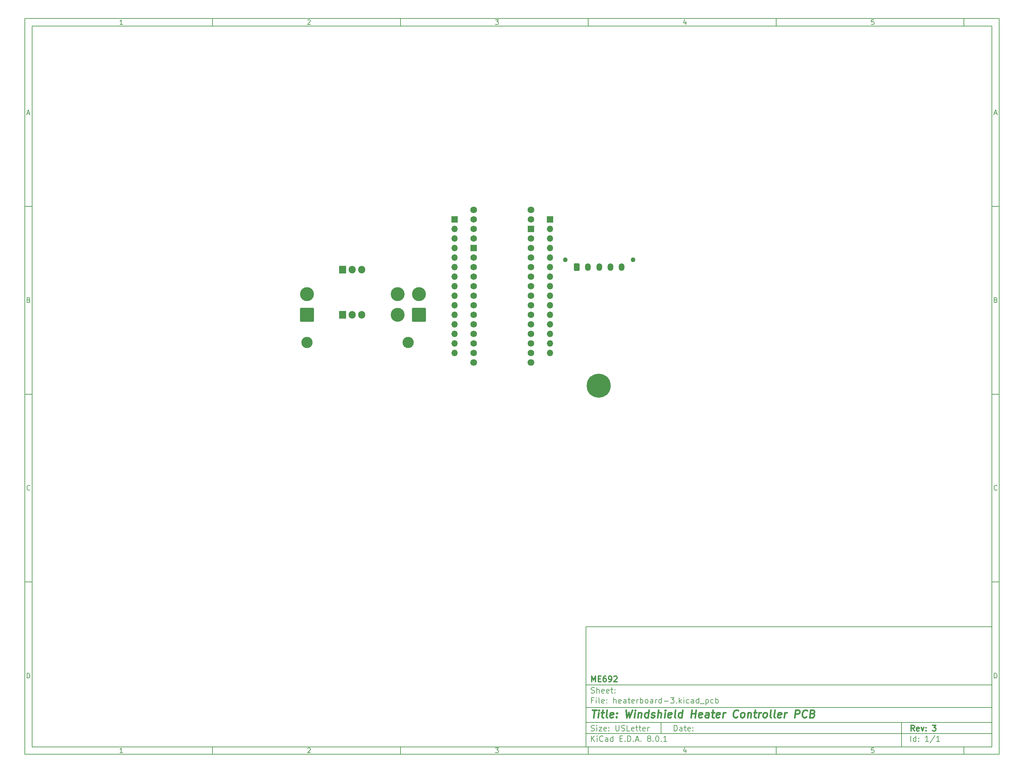
<source format=gbr>
%TF.GenerationSoftware,KiCad,Pcbnew,8.0.1*%
%TF.CreationDate,2024-05-02T11:38:50-04:00*%
%TF.ProjectId,heaterboard-3,68656174-6572-4626-9f61-72642d332e6b,3*%
%TF.SameCoordinates,Original*%
%TF.FileFunction,Soldermask,Bot*%
%TF.FilePolarity,Negative*%
%FSLAX46Y46*%
G04 Gerber Fmt 4.6, Leading zero omitted, Abs format (unit mm)*
G04 Created by KiCad (PCBNEW 8.0.1) date 2024-05-02 11:38:50*
%MOMM*%
%LPD*%
G01*
G04 APERTURE LIST*
G04 Aperture macros list*
%AMRoundRect*
0 Rectangle with rounded corners*
0 $1 Rounding radius*
0 $2 $3 $4 $5 $6 $7 $8 $9 X,Y pos of 4 corners*
0 Add a 4 corners polygon primitive as box body*
4,1,4,$2,$3,$4,$5,$6,$7,$8,$9,$2,$3,0*
0 Add four circle primitives for the rounded corners*
1,1,$1+$1,$2,$3*
1,1,$1+$1,$4,$5*
1,1,$1+$1,$6,$7*
1,1,$1+$1,$8,$9*
0 Add four rect primitives between the rounded corners*
20,1,$1+$1,$2,$3,$4,$5,0*
20,1,$1+$1,$4,$5,$6,$7,0*
20,1,$1+$1,$6,$7,$8,$9,0*
20,1,$1+$1,$8,$9,$2,$3,0*%
G04 Aperture macros list end*
%ADD10C,0.100000*%
%ADD11C,0.150000*%
%ADD12C,0.300000*%
%ADD13C,0.400000*%
%ADD14R,1.905000X2.000000*%
%ADD15O,1.905000X2.000000*%
%ADD16R,1.700000X1.700000*%
%ADD17O,1.700000X1.700000*%
%ADD18C,3.000000*%
%ADD19RoundRect,0.250002X1.599998X1.599998X-1.599998X1.599998X-1.599998X-1.599998X1.599998X-1.599998X0*%
%ADD20C,3.700000*%
%ADD21C,1.800000*%
%ADD22C,1.727200*%
%ADD23R,1.727200X1.727200*%
%ADD24C,1.270000*%
%ADD25RoundRect,0.250001X-0.499999X-0.759999X0.499999X-0.759999X0.499999X0.759999X-0.499999X0.759999X0*%
%ADD26O,1.500000X2.020000*%
%ADD27C,6.400000*%
G04 APERTURE END LIST*
D10*
D11*
X159400000Y-171900000D02*
X267400000Y-171900000D01*
X267400000Y-203900000D01*
X159400000Y-203900000D01*
X159400000Y-171900000D01*
D10*
D11*
X10000000Y-10000000D02*
X269400000Y-10000000D01*
X269400000Y-205900000D01*
X10000000Y-205900000D01*
X10000000Y-10000000D01*
D10*
D11*
X12000000Y-12000000D02*
X267400000Y-12000000D01*
X267400000Y-203900000D01*
X12000000Y-203900000D01*
X12000000Y-12000000D01*
D10*
D11*
X60000000Y-12000000D02*
X60000000Y-10000000D01*
D10*
D11*
X110000000Y-12000000D02*
X110000000Y-10000000D01*
D10*
D11*
X160000000Y-12000000D02*
X160000000Y-10000000D01*
D10*
D11*
X210000000Y-12000000D02*
X210000000Y-10000000D01*
D10*
D11*
X260000000Y-12000000D02*
X260000000Y-10000000D01*
D10*
D11*
X36089160Y-11593604D02*
X35346303Y-11593604D01*
X35717731Y-11593604D02*
X35717731Y-10293604D01*
X35717731Y-10293604D02*
X35593922Y-10479319D01*
X35593922Y-10479319D02*
X35470112Y-10603128D01*
X35470112Y-10603128D02*
X35346303Y-10665033D01*
D10*
D11*
X85346303Y-10417414D02*
X85408207Y-10355509D01*
X85408207Y-10355509D02*
X85532017Y-10293604D01*
X85532017Y-10293604D02*
X85841541Y-10293604D01*
X85841541Y-10293604D02*
X85965350Y-10355509D01*
X85965350Y-10355509D02*
X86027255Y-10417414D01*
X86027255Y-10417414D02*
X86089160Y-10541223D01*
X86089160Y-10541223D02*
X86089160Y-10665033D01*
X86089160Y-10665033D02*
X86027255Y-10850747D01*
X86027255Y-10850747D02*
X85284398Y-11593604D01*
X85284398Y-11593604D02*
X86089160Y-11593604D01*
D10*
D11*
X135284398Y-10293604D02*
X136089160Y-10293604D01*
X136089160Y-10293604D02*
X135655826Y-10788842D01*
X135655826Y-10788842D02*
X135841541Y-10788842D01*
X135841541Y-10788842D02*
X135965350Y-10850747D01*
X135965350Y-10850747D02*
X136027255Y-10912652D01*
X136027255Y-10912652D02*
X136089160Y-11036461D01*
X136089160Y-11036461D02*
X136089160Y-11345985D01*
X136089160Y-11345985D02*
X136027255Y-11469795D01*
X136027255Y-11469795D02*
X135965350Y-11531700D01*
X135965350Y-11531700D02*
X135841541Y-11593604D01*
X135841541Y-11593604D02*
X135470112Y-11593604D01*
X135470112Y-11593604D02*
X135346303Y-11531700D01*
X135346303Y-11531700D02*
X135284398Y-11469795D01*
D10*
D11*
X185965350Y-10726938D02*
X185965350Y-11593604D01*
X185655826Y-10231700D02*
X185346303Y-11160271D01*
X185346303Y-11160271D02*
X186151064Y-11160271D01*
D10*
D11*
X236027255Y-10293604D02*
X235408207Y-10293604D01*
X235408207Y-10293604D02*
X235346303Y-10912652D01*
X235346303Y-10912652D02*
X235408207Y-10850747D01*
X235408207Y-10850747D02*
X235532017Y-10788842D01*
X235532017Y-10788842D02*
X235841541Y-10788842D01*
X235841541Y-10788842D02*
X235965350Y-10850747D01*
X235965350Y-10850747D02*
X236027255Y-10912652D01*
X236027255Y-10912652D02*
X236089160Y-11036461D01*
X236089160Y-11036461D02*
X236089160Y-11345985D01*
X236089160Y-11345985D02*
X236027255Y-11469795D01*
X236027255Y-11469795D02*
X235965350Y-11531700D01*
X235965350Y-11531700D02*
X235841541Y-11593604D01*
X235841541Y-11593604D02*
X235532017Y-11593604D01*
X235532017Y-11593604D02*
X235408207Y-11531700D01*
X235408207Y-11531700D02*
X235346303Y-11469795D01*
D10*
D11*
X60000000Y-203900000D02*
X60000000Y-205900000D01*
D10*
D11*
X110000000Y-203900000D02*
X110000000Y-205900000D01*
D10*
D11*
X160000000Y-203900000D02*
X160000000Y-205900000D01*
D10*
D11*
X210000000Y-203900000D02*
X210000000Y-205900000D01*
D10*
D11*
X260000000Y-203900000D02*
X260000000Y-205900000D01*
D10*
D11*
X36089160Y-205493604D02*
X35346303Y-205493604D01*
X35717731Y-205493604D02*
X35717731Y-204193604D01*
X35717731Y-204193604D02*
X35593922Y-204379319D01*
X35593922Y-204379319D02*
X35470112Y-204503128D01*
X35470112Y-204503128D02*
X35346303Y-204565033D01*
D10*
D11*
X85346303Y-204317414D02*
X85408207Y-204255509D01*
X85408207Y-204255509D02*
X85532017Y-204193604D01*
X85532017Y-204193604D02*
X85841541Y-204193604D01*
X85841541Y-204193604D02*
X85965350Y-204255509D01*
X85965350Y-204255509D02*
X86027255Y-204317414D01*
X86027255Y-204317414D02*
X86089160Y-204441223D01*
X86089160Y-204441223D02*
X86089160Y-204565033D01*
X86089160Y-204565033D02*
X86027255Y-204750747D01*
X86027255Y-204750747D02*
X85284398Y-205493604D01*
X85284398Y-205493604D02*
X86089160Y-205493604D01*
D10*
D11*
X135284398Y-204193604D02*
X136089160Y-204193604D01*
X136089160Y-204193604D02*
X135655826Y-204688842D01*
X135655826Y-204688842D02*
X135841541Y-204688842D01*
X135841541Y-204688842D02*
X135965350Y-204750747D01*
X135965350Y-204750747D02*
X136027255Y-204812652D01*
X136027255Y-204812652D02*
X136089160Y-204936461D01*
X136089160Y-204936461D02*
X136089160Y-205245985D01*
X136089160Y-205245985D02*
X136027255Y-205369795D01*
X136027255Y-205369795D02*
X135965350Y-205431700D01*
X135965350Y-205431700D02*
X135841541Y-205493604D01*
X135841541Y-205493604D02*
X135470112Y-205493604D01*
X135470112Y-205493604D02*
X135346303Y-205431700D01*
X135346303Y-205431700D02*
X135284398Y-205369795D01*
D10*
D11*
X185965350Y-204626938D02*
X185965350Y-205493604D01*
X185655826Y-204131700D02*
X185346303Y-205060271D01*
X185346303Y-205060271D02*
X186151064Y-205060271D01*
D10*
D11*
X236027255Y-204193604D02*
X235408207Y-204193604D01*
X235408207Y-204193604D02*
X235346303Y-204812652D01*
X235346303Y-204812652D02*
X235408207Y-204750747D01*
X235408207Y-204750747D02*
X235532017Y-204688842D01*
X235532017Y-204688842D02*
X235841541Y-204688842D01*
X235841541Y-204688842D02*
X235965350Y-204750747D01*
X235965350Y-204750747D02*
X236027255Y-204812652D01*
X236027255Y-204812652D02*
X236089160Y-204936461D01*
X236089160Y-204936461D02*
X236089160Y-205245985D01*
X236089160Y-205245985D02*
X236027255Y-205369795D01*
X236027255Y-205369795D02*
X235965350Y-205431700D01*
X235965350Y-205431700D02*
X235841541Y-205493604D01*
X235841541Y-205493604D02*
X235532017Y-205493604D01*
X235532017Y-205493604D02*
X235408207Y-205431700D01*
X235408207Y-205431700D02*
X235346303Y-205369795D01*
D10*
D11*
X10000000Y-60000000D02*
X12000000Y-60000000D01*
D10*
D11*
X10000000Y-110000000D02*
X12000000Y-110000000D01*
D10*
D11*
X10000000Y-160000000D02*
X12000000Y-160000000D01*
D10*
D11*
X10690476Y-35222176D02*
X11309523Y-35222176D01*
X10566666Y-35593604D02*
X10999999Y-34293604D01*
X10999999Y-34293604D02*
X11433333Y-35593604D01*
D10*
D11*
X11092857Y-84912652D02*
X11278571Y-84974557D01*
X11278571Y-84974557D02*
X11340476Y-85036461D01*
X11340476Y-85036461D02*
X11402380Y-85160271D01*
X11402380Y-85160271D02*
X11402380Y-85345985D01*
X11402380Y-85345985D02*
X11340476Y-85469795D01*
X11340476Y-85469795D02*
X11278571Y-85531700D01*
X11278571Y-85531700D02*
X11154761Y-85593604D01*
X11154761Y-85593604D02*
X10659523Y-85593604D01*
X10659523Y-85593604D02*
X10659523Y-84293604D01*
X10659523Y-84293604D02*
X11092857Y-84293604D01*
X11092857Y-84293604D02*
X11216666Y-84355509D01*
X11216666Y-84355509D02*
X11278571Y-84417414D01*
X11278571Y-84417414D02*
X11340476Y-84541223D01*
X11340476Y-84541223D02*
X11340476Y-84665033D01*
X11340476Y-84665033D02*
X11278571Y-84788842D01*
X11278571Y-84788842D02*
X11216666Y-84850747D01*
X11216666Y-84850747D02*
X11092857Y-84912652D01*
X11092857Y-84912652D02*
X10659523Y-84912652D01*
D10*
D11*
X11402380Y-135469795D02*
X11340476Y-135531700D01*
X11340476Y-135531700D02*
X11154761Y-135593604D01*
X11154761Y-135593604D02*
X11030952Y-135593604D01*
X11030952Y-135593604D02*
X10845238Y-135531700D01*
X10845238Y-135531700D02*
X10721428Y-135407890D01*
X10721428Y-135407890D02*
X10659523Y-135284080D01*
X10659523Y-135284080D02*
X10597619Y-135036461D01*
X10597619Y-135036461D02*
X10597619Y-134850747D01*
X10597619Y-134850747D02*
X10659523Y-134603128D01*
X10659523Y-134603128D02*
X10721428Y-134479319D01*
X10721428Y-134479319D02*
X10845238Y-134355509D01*
X10845238Y-134355509D02*
X11030952Y-134293604D01*
X11030952Y-134293604D02*
X11154761Y-134293604D01*
X11154761Y-134293604D02*
X11340476Y-134355509D01*
X11340476Y-134355509D02*
X11402380Y-134417414D01*
D10*
D11*
X10659523Y-185593604D02*
X10659523Y-184293604D01*
X10659523Y-184293604D02*
X10969047Y-184293604D01*
X10969047Y-184293604D02*
X11154761Y-184355509D01*
X11154761Y-184355509D02*
X11278571Y-184479319D01*
X11278571Y-184479319D02*
X11340476Y-184603128D01*
X11340476Y-184603128D02*
X11402380Y-184850747D01*
X11402380Y-184850747D02*
X11402380Y-185036461D01*
X11402380Y-185036461D02*
X11340476Y-185284080D01*
X11340476Y-185284080D02*
X11278571Y-185407890D01*
X11278571Y-185407890D02*
X11154761Y-185531700D01*
X11154761Y-185531700D02*
X10969047Y-185593604D01*
X10969047Y-185593604D02*
X10659523Y-185593604D01*
D10*
D11*
X269400000Y-60000000D02*
X267400000Y-60000000D01*
D10*
D11*
X269400000Y-110000000D02*
X267400000Y-110000000D01*
D10*
D11*
X269400000Y-160000000D02*
X267400000Y-160000000D01*
D10*
D11*
X268090476Y-35222176D02*
X268709523Y-35222176D01*
X267966666Y-35593604D02*
X268399999Y-34293604D01*
X268399999Y-34293604D02*
X268833333Y-35593604D01*
D10*
D11*
X268492857Y-84912652D02*
X268678571Y-84974557D01*
X268678571Y-84974557D02*
X268740476Y-85036461D01*
X268740476Y-85036461D02*
X268802380Y-85160271D01*
X268802380Y-85160271D02*
X268802380Y-85345985D01*
X268802380Y-85345985D02*
X268740476Y-85469795D01*
X268740476Y-85469795D02*
X268678571Y-85531700D01*
X268678571Y-85531700D02*
X268554761Y-85593604D01*
X268554761Y-85593604D02*
X268059523Y-85593604D01*
X268059523Y-85593604D02*
X268059523Y-84293604D01*
X268059523Y-84293604D02*
X268492857Y-84293604D01*
X268492857Y-84293604D02*
X268616666Y-84355509D01*
X268616666Y-84355509D02*
X268678571Y-84417414D01*
X268678571Y-84417414D02*
X268740476Y-84541223D01*
X268740476Y-84541223D02*
X268740476Y-84665033D01*
X268740476Y-84665033D02*
X268678571Y-84788842D01*
X268678571Y-84788842D02*
X268616666Y-84850747D01*
X268616666Y-84850747D02*
X268492857Y-84912652D01*
X268492857Y-84912652D02*
X268059523Y-84912652D01*
D10*
D11*
X268802380Y-135469795D02*
X268740476Y-135531700D01*
X268740476Y-135531700D02*
X268554761Y-135593604D01*
X268554761Y-135593604D02*
X268430952Y-135593604D01*
X268430952Y-135593604D02*
X268245238Y-135531700D01*
X268245238Y-135531700D02*
X268121428Y-135407890D01*
X268121428Y-135407890D02*
X268059523Y-135284080D01*
X268059523Y-135284080D02*
X267997619Y-135036461D01*
X267997619Y-135036461D02*
X267997619Y-134850747D01*
X267997619Y-134850747D02*
X268059523Y-134603128D01*
X268059523Y-134603128D02*
X268121428Y-134479319D01*
X268121428Y-134479319D02*
X268245238Y-134355509D01*
X268245238Y-134355509D02*
X268430952Y-134293604D01*
X268430952Y-134293604D02*
X268554761Y-134293604D01*
X268554761Y-134293604D02*
X268740476Y-134355509D01*
X268740476Y-134355509D02*
X268802380Y-134417414D01*
D10*
D11*
X268059523Y-185593604D02*
X268059523Y-184293604D01*
X268059523Y-184293604D02*
X268369047Y-184293604D01*
X268369047Y-184293604D02*
X268554761Y-184355509D01*
X268554761Y-184355509D02*
X268678571Y-184479319D01*
X268678571Y-184479319D02*
X268740476Y-184603128D01*
X268740476Y-184603128D02*
X268802380Y-184850747D01*
X268802380Y-184850747D02*
X268802380Y-185036461D01*
X268802380Y-185036461D02*
X268740476Y-185284080D01*
X268740476Y-185284080D02*
X268678571Y-185407890D01*
X268678571Y-185407890D02*
X268554761Y-185531700D01*
X268554761Y-185531700D02*
X268369047Y-185593604D01*
X268369047Y-185593604D02*
X268059523Y-185593604D01*
D10*
D11*
X182855826Y-199686128D02*
X182855826Y-198186128D01*
X182855826Y-198186128D02*
X183212969Y-198186128D01*
X183212969Y-198186128D02*
X183427255Y-198257557D01*
X183427255Y-198257557D02*
X183570112Y-198400414D01*
X183570112Y-198400414D02*
X183641541Y-198543271D01*
X183641541Y-198543271D02*
X183712969Y-198828985D01*
X183712969Y-198828985D02*
X183712969Y-199043271D01*
X183712969Y-199043271D02*
X183641541Y-199328985D01*
X183641541Y-199328985D02*
X183570112Y-199471842D01*
X183570112Y-199471842D02*
X183427255Y-199614700D01*
X183427255Y-199614700D02*
X183212969Y-199686128D01*
X183212969Y-199686128D02*
X182855826Y-199686128D01*
X184998684Y-199686128D02*
X184998684Y-198900414D01*
X184998684Y-198900414D02*
X184927255Y-198757557D01*
X184927255Y-198757557D02*
X184784398Y-198686128D01*
X184784398Y-198686128D02*
X184498684Y-198686128D01*
X184498684Y-198686128D02*
X184355826Y-198757557D01*
X184998684Y-199614700D02*
X184855826Y-199686128D01*
X184855826Y-199686128D02*
X184498684Y-199686128D01*
X184498684Y-199686128D02*
X184355826Y-199614700D01*
X184355826Y-199614700D02*
X184284398Y-199471842D01*
X184284398Y-199471842D02*
X184284398Y-199328985D01*
X184284398Y-199328985D02*
X184355826Y-199186128D01*
X184355826Y-199186128D02*
X184498684Y-199114700D01*
X184498684Y-199114700D02*
X184855826Y-199114700D01*
X184855826Y-199114700D02*
X184998684Y-199043271D01*
X185498684Y-198686128D02*
X186070112Y-198686128D01*
X185712969Y-198186128D02*
X185712969Y-199471842D01*
X185712969Y-199471842D02*
X185784398Y-199614700D01*
X185784398Y-199614700D02*
X185927255Y-199686128D01*
X185927255Y-199686128D02*
X186070112Y-199686128D01*
X187141541Y-199614700D02*
X186998684Y-199686128D01*
X186998684Y-199686128D02*
X186712970Y-199686128D01*
X186712970Y-199686128D02*
X186570112Y-199614700D01*
X186570112Y-199614700D02*
X186498684Y-199471842D01*
X186498684Y-199471842D02*
X186498684Y-198900414D01*
X186498684Y-198900414D02*
X186570112Y-198757557D01*
X186570112Y-198757557D02*
X186712970Y-198686128D01*
X186712970Y-198686128D02*
X186998684Y-198686128D01*
X186998684Y-198686128D02*
X187141541Y-198757557D01*
X187141541Y-198757557D02*
X187212970Y-198900414D01*
X187212970Y-198900414D02*
X187212970Y-199043271D01*
X187212970Y-199043271D02*
X186498684Y-199186128D01*
X187855826Y-199543271D02*
X187927255Y-199614700D01*
X187927255Y-199614700D02*
X187855826Y-199686128D01*
X187855826Y-199686128D02*
X187784398Y-199614700D01*
X187784398Y-199614700D02*
X187855826Y-199543271D01*
X187855826Y-199543271D02*
X187855826Y-199686128D01*
X187855826Y-198757557D02*
X187927255Y-198828985D01*
X187927255Y-198828985D02*
X187855826Y-198900414D01*
X187855826Y-198900414D02*
X187784398Y-198828985D01*
X187784398Y-198828985D02*
X187855826Y-198757557D01*
X187855826Y-198757557D02*
X187855826Y-198900414D01*
D10*
D11*
X159400000Y-200400000D02*
X267400000Y-200400000D01*
D10*
D11*
X160855826Y-202486128D02*
X160855826Y-200986128D01*
X161712969Y-202486128D02*
X161070112Y-201628985D01*
X161712969Y-200986128D02*
X160855826Y-201843271D01*
X162355826Y-202486128D02*
X162355826Y-201486128D01*
X162355826Y-200986128D02*
X162284398Y-201057557D01*
X162284398Y-201057557D02*
X162355826Y-201128985D01*
X162355826Y-201128985D02*
X162427255Y-201057557D01*
X162427255Y-201057557D02*
X162355826Y-200986128D01*
X162355826Y-200986128D02*
X162355826Y-201128985D01*
X163927255Y-202343271D02*
X163855827Y-202414700D01*
X163855827Y-202414700D02*
X163641541Y-202486128D01*
X163641541Y-202486128D02*
X163498684Y-202486128D01*
X163498684Y-202486128D02*
X163284398Y-202414700D01*
X163284398Y-202414700D02*
X163141541Y-202271842D01*
X163141541Y-202271842D02*
X163070112Y-202128985D01*
X163070112Y-202128985D02*
X162998684Y-201843271D01*
X162998684Y-201843271D02*
X162998684Y-201628985D01*
X162998684Y-201628985D02*
X163070112Y-201343271D01*
X163070112Y-201343271D02*
X163141541Y-201200414D01*
X163141541Y-201200414D02*
X163284398Y-201057557D01*
X163284398Y-201057557D02*
X163498684Y-200986128D01*
X163498684Y-200986128D02*
X163641541Y-200986128D01*
X163641541Y-200986128D02*
X163855827Y-201057557D01*
X163855827Y-201057557D02*
X163927255Y-201128985D01*
X165212970Y-202486128D02*
X165212970Y-201700414D01*
X165212970Y-201700414D02*
X165141541Y-201557557D01*
X165141541Y-201557557D02*
X164998684Y-201486128D01*
X164998684Y-201486128D02*
X164712970Y-201486128D01*
X164712970Y-201486128D02*
X164570112Y-201557557D01*
X165212970Y-202414700D02*
X165070112Y-202486128D01*
X165070112Y-202486128D02*
X164712970Y-202486128D01*
X164712970Y-202486128D02*
X164570112Y-202414700D01*
X164570112Y-202414700D02*
X164498684Y-202271842D01*
X164498684Y-202271842D02*
X164498684Y-202128985D01*
X164498684Y-202128985D02*
X164570112Y-201986128D01*
X164570112Y-201986128D02*
X164712970Y-201914700D01*
X164712970Y-201914700D02*
X165070112Y-201914700D01*
X165070112Y-201914700D02*
X165212970Y-201843271D01*
X166570113Y-202486128D02*
X166570113Y-200986128D01*
X166570113Y-202414700D02*
X166427255Y-202486128D01*
X166427255Y-202486128D02*
X166141541Y-202486128D01*
X166141541Y-202486128D02*
X165998684Y-202414700D01*
X165998684Y-202414700D02*
X165927255Y-202343271D01*
X165927255Y-202343271D02*
X165855827Y-202200414D01*
X165855827Y-202200414D02*
X165855827Y-201771842D01*
X165855827Y-201771842D02*
X165927255Y-201628985D01*
X165927255Y-201628985D02*
X165998684Y-201557557D01*
X165998684Y-201557557D02*
X166141541Y-201486128D01*
X166141541Y-201486128D02*
X166427255Y-201486128D01*
X166427255Y-201486128D02*
X166570113Y-201557557D01*
X168427255Y-201700414D02*
X168927255Y-201700414D01*
X169141541Y-202486128D02*
X168427255Y-202486128D01*
X168427255Y-202486128D02*
X168427255Y-200986128D01*
X168427255Y-200986128D02*
X169141541Y-200986128D01*
X169784398Y-202343271D02*
X169855827Y-202414700D01*
X169855827Y-202414700D02*
X169784398Y-202486128D01*
X169784398Y-202486128D02*
X169712970Y-202414700D01*
X169712970Y-202414700D02*
X169784398Y-202343271D01*
X169784398Y-202343271D02*
X169784398Y-202486128D01*
X170498684Y-202486128D02*
X170498684Y-200986128D01*
X170498684Y-200986128D02*
X170855827Y-200986128D01*
X170855827Y-200986128D02*
X171070113Y-201057557D01*
X171070113Y-201057557D02*
X171212970Y-201200414D01*
X171212970Y-201200414D02*
X171284399Y-201343271D01*
X171284399Y-201343271D02*
X171355827Y-201628985D01*
X171355827Y-201628985D02*
X171355827Y-201843271D01*
X171355827Y-201843271D02*
X171284399Y-202128985D01*
X171284399Y-202128985D02*
X171212970Y-202271842D01*
X171212970Y-202271842D02*
X171070113Y-202414700D01*
X171070113Y-202414700D02*
X170855827Y-202486128D01*
X170855827Y-202486128D02*
X170498684Y-202486128D01*
X171998684Y-202343271D02*
X172070113Y-202414700D01*
X172070113Y-202414700D02*
X171998684Y-202486128D01*
X171998684Y-202486128D02*
X171927256Y-202414700D01*
X171927256Y-202414700D02*
X171998684Y-202343271D01*
X171998684Y-202343271D02*
X171998684Y-202486128D01*
X172641542Y-202057557D02*
X173355828Y-202057557D01*
X172498685Y-202486128D02*
X172998685Y-200986128D01*
X172998685Y-200986128D02*
X173498685Y-202486128D01*
X173998684Y-202343271D02*
X174070113Y-202414700D01*
X174070113Y-202414700D02*
X173998684Y-202486128D01*
X173998684Y-202486128D02*
X173927256Y-202414700D01*
X173927256Y-202414700D02*
X173998684Y-202343271D01*
X173998684Y-202343271D02*
X173998684Y-202486128D01*
X176070113Y-201628985D02*
X175927256Y-201557557D01*
X175927256Y-201557557D02*
X175855827Y-201486128D01*
X175855827Y-201486128D02*
X175784399Y-201343271D01*
X175784399Y-201343271D02*
X175784399Y-201271842D01*
X175784399Y-201271842D02*
X175855827Y-201128985D01*
X175855827Y-201128985D02*
X175927256Y-201057557D01*
X175927256Y-201057557D02*
X176070113Y-200986128D01*
X176070113Y-200986128D02*
X176355827Y-200986128D01*
X176355827Y-200986128D02*
X176498685Y-201057557D01*
X176498685Y-201057557D02*
X176570113Y-201128985D01*
X176570113Y-201128985D02*
X176641542Y-201271842D01*
X176641542Y-201271842D02*
X176641542Y-201343271D01*
X176641542Y-201343271D02*
X176570113Y-201486128D01*
X176570113Y-201486128D02*
X176498685Y-201557557D01*
X176498685Y-201557557D02*
X176355827Y-201628985D01*
X176355827Y-201628985D02*
X176070113Y-201628985D01*
X176070113Y-201628985D02*
X175927256Y-201700414D01*
X175927256Y-201700414D02*
X175855827Y-201771842D01*
X175855827Y-201771842D02*
X175784399Y-201914700D01*
X175784399Y-201914700D02*
X175784399Y-202200414D01*
X175784399Y-202200414D02*
X175855827Y-202343271D01*
X175855827Y-202343271D02*
X175927256Y-202414700D01*
X175927256Y-202414700D02*
X176070113Y-202486128D01*
X176070113Y-202486128D02*
X176355827Y-202486128D01*
X176355827Y-202486128D02*
X176498685Y-202414700D01*
X176498685Y-202414700D02*
X176570113Y-202343271D01*
X176570113Y-202343271D02*
X176641542Y-202200414D01*
X176641542Y-202200414D02*
X176641542Y-201914700D01*
X176641542Y-201914700D02*
X176570113Y-201771842D01*
X176570113Y-201771842D02*
X176498685Y-201700414D01*
X176498685Y-201700414D02*
X176355827Y-201628985D01*
X177284398Y-202343271D02*
X177355827Y-202414700D01*
X177355827Y-202414700D02*
X177284398Y-202486128D01*
X177284398Y-202486128D02*
X177212970Y-202414700D01*
X177212970Y-202414700D02*
X177284398Y-202343271D01*
X177284398Y-202343271D02*
X177284398Y-202486128D01*
X178284399Y-200986128D02*
X178427256Y-200986128D01*
X178427256Y-200986128D02*
X178570113Y-201057557D01*
X178570113Y-201057557D02*
X178641542Y-201128985D01*
X178641542Y-201128985D02*
X178712970Y-201271842D01*
X178712970Y-201271842D02*
X178784399Y-201557557D01*
X178784399Y-201557557D02*
X178784399Y-201914700D01*
X178784399Y-201914700D02*
X178712970Y-202200414D01*
X178712970Y-202200414D02*
X178641542Y-202343271D01*
X178641542Y-202343271D02*
X178570113Y-202414700D01*
X178570113Y-202414700D02*
X178427256Y-202486128D01*
X178427256Y-202486128D02*
X178284399Y-202486128D01*
X178284399Y-202486128D02*
X178141542Y-202414700D01*
X178141542Y-202414700D02*
X178070113Y-202343271D01*
X178070113Y-202343271D02*
X177998684Y-202200414D01*
X177998684Y-202200414D02*
X177927256Y-201914700D01*
X177927256Y-201914700D02*
X177927256Y-201557557D01*
X177927256Y-201557557D02*
X177998684Y-201271842D01*
X177998684Y-201271842D02*
X178070113Y-201128985D01*
X178070113Y-201128985D02*
X178141542Y-201057557D01*
X178141542Y-201057557D02*
X178284399Y-200986128D01*
X179427255Y-202343271D02*
X179498684Y-202414700D01*
X179498684Y-202414700D02*
X179427255Y-202486128D01*
X179427255Y-202486128D02*
X179355827Y-202414700D01*
X179355827Y-202414700D02*
X179427255Y-202343271D01*
X179427255Y-202343271D02*
X179427255Y-202486128D01*
X180927256Y-202486128D02*
X180070113Y-202486128D01*
X180498684Y-202486128D02*
X180498684Y-200986128D01*
X180498684Y-200986128D02*
X180355827Y-201200414D01*
X180355827Y-201200414D02*
X180212970Y-201343271D01*
X180212970Y-201343271D02*
X180070113Y-201414700D01*
D10*
D11*
X159400000Y-197400000D02*
X267400000Y-197400000D01*
D10*
D12*
X246811653Y-199678328D02*
X246311653Y-198964042D01*
X245954510Y-199678328D02*
X245954510Y-198178328D01*
X245954510Y-198178328D02*
X246525939Y-198178328D01*
X246525939Y-198178328D02*
X246668796Y-198249757D01*
X246668796Y-198249757D02*
X246740225Y-198321185D01*
X246740225Y-198321185D02*
X246811653Y-198464042D01*
X246811653Y-198464042D02*
X246811653Y-198678328D01*
X246811653Y-198678328D02*
X246740225Y-198821185D01*
X246740225Y-198821185D02*
X246668796Y-198892614D01*
X246668796Y-198892614D02*
X246525939Y-198964042D01*
X246525939Y-198964042D02*
X245954510Y-198964042D01*
X248025939Y-199606900D02*
X247883082Y-199678328D01*
X247883082Y-199678328D02*
X247597368Y-199678328D01*
X247597368Y-199678328D02*
X247454510Y-199606900D01*
X247454510Y-199606900D02*
X247383082Y-199464042D01*
X247383082Y-199464042D02*
X247383082Y-198892614D01*
X247383082Y-198892614D02*
X247454510Y-198749757D01*
X247454510Y-198749757D02*
X247597368Y-198678328D01*
X247597368Y-198678328D02*
X247883082Y-198678328D01*
X247883082Y-198678328D02*
X248025939Y-198749757D01*
X248025939Y-198749757D02*
X248097368Y-198892614D01*
X248097368Y-198892614D02*
X248097368Y-199035471D01*
X248097368Y-199035471D02*
X247383082Y-199178328D01*
X248597367Y-198678328D02*
X248954510Y-199678328D01*
X248954510Y-199678328D02*
X249311653Y-198678328D01*
X249883081Y-199535471D02*
X249954510Y-199606900D01*
X249954510Y-199606900D02*
X249883081Y-199678328D01*
X249883081Y-199678328D02*
X249811653Y-199606900D01*
X249811653Y-199606900D02*
X249883081Y-199535471D01*
X249883081Y-199535471D02*
X249883081Y-199678328D01*
X249883081Y-198749757D02*
X249954510Y-198821185D01*
X249954510Y-198821185D02*
X249883081Y-198892614D01*
X249883081Y-198892614D02*
X249811653Y-198821185D01*
X249811653Y-198821185D02*
X249883081Y-198749757D01*
X249883081Y-198749757D02*
X249883081Y-198892614D01*
X251597367Y-198178328D02*
X252525939Y-198178328D01*
X252525939Y-198178328D02*
X252025939Y-198749757D01*
X252025939Y-198749757D02*
X252240224Y-198749757D01*
X252240224Y-198749757D02*
X252383082Y-198821185D01*
X252383082Y-198821185D02*
X252454510Y-198892614D01*
X252454510Y-198892614D02*
X252525939Y-199035471D01*
X252525939Y-199035471D02*
X252525939Y-199392614D01*
X252525939Y-199392614D02*
X252454510Y-199535471D01*
X252454510Y-199535471D02*
X252383082Y-199606900D01*
X252383082Y-199606900D02*
X252240224Y-199678328D01*
X252240224Y-199678328D02*
X251811653Y-199678328D01*
X251811653Y-199678328D02*
X251668796Y-199606900D01*
X251668796Y-199606900D02*
X251597367Y-199535471D01*
D10*
D11*
X160784398Y-199614700D02*
X160998684Y-199686128D01*
X160998684Y-199686128D02*
X161355826Y-199686128D01*
X161355826Y-199686128D02*
X161498684Y-199614700D01*
X161498684Y-199614700D02*
X161570112Y-199543271D01*
X161570112Y-199543271D02*
X161641541Y-199400414D01*
X161641541Y-199400414D02*
X161641541Y-199257557D01*
X161641541Y-199257557D02*
X161570112Y-199114700D01*
X161570112Y-199114700D02*
X161498684Y-199043271D01*
X161498684Y-199043271D02*
X161355826Y-198971842D01*
X161355826Y-198971842D02*
X161070112Y-198900414D01*
X161070112Y-198900414D02*
X160927255Y-198828985D01*
X160927255Y-198828985D02*
X160855826Y-198757557D01*
X160855826Y-198757557D02*
X160784398Y-198614700D01*
X160784398Y-198614700D02*
X160784398Y-198471842D01*
X160784398Y-198471842D02*
X160855826Y-198328985D01*
X160855826Y-198328985D02*
X160927255Y-198257557D01*
X160927255Y-198257557D02*
X161070112Y-198186128D01*
X161070112Y-198186128D02*
X161427255Y-198186128D01*
X161427255Y-198186128D02*
X161641541Y-198257557D01*
X162284397Y-199686128D02*
X162284397Y-198686128D01*
X162284397Y-198186128D02*
X162212969Y-198257557D01*
X162212969Y-198257557D02*
X162284397Y-198328985D01*
X162284397Y-198328985D02*
X162355826Y-198257557D01*
X162355826Y-198257557D02*
X162284397Y-198186128D01*
X162284397Y-198186128D02*
X162284397Y-198328985D01*
X162855826Y-198686128D02*
X163641541Y-198686128D01*
X163641541Y-198686128D02*
X162855826Y-199686128D01*
X162855826Y-199686128D02*
X163641541Y-199686128D01*
X164784398Y-199614700D02*
X164641541Y-199686128D01*
X164641541Y-199686128D02*
X164355827Y-199686128D01*
X164355827Y-199686128D02*
X164212969Y-199614700D01*
X164212969Y-199614700D02*
X164141541Y-199471842D01*
X164141541Y-199471842D02*
X164141541Y-198900414D01*
X164141541Y-198900414D02*
X164212969Y-198757557D01*
X164212969Y-198757557D02*
X164355827Y-198686128D01*
X164355827Y-198686128D02*
X164641541Y-198686128D01*
X164641541Y-198686128D02*
X164784398Y-198757557D01*
X164784398Y-198757557D02*
X164855827Y-198900414D01*
X164855827Y-198900414D02*
X164855827Y-199043271D01*
X164855827Y-199043271D02*
X164141541Y-199186128D01*
X165498683Y-199543271D02*
X165570112Y-199614700D01*
X165570112Y-199614700D02*
X165498683Y-199686128D01*
X165498683Y-199686128D02*
X165427255Y-199614700D01*
X165427255Y-199614700D02*
X165498683Y-199543271D01*
X165498683Y-199543271D02*
X165498683Y-199686128D01*
X165498683Y-198757557D02*
X165570112Y-198828985D01*
X165570112Y-198828985D02*
X165498683Y-198900414D01*
X165498683Y-198900414D02*
X165427255Y-198828985D01*
X165427255Y-198828985D02*
X165498683Y-198757557D01*
X165498683Y-198757557D02*
X165498683Y-198900414D01*
X167355826Y-198186128D02*
X167355826Y-199400414D01*
X167355826Y-199400414D02*
X167427255Y-199543271D01*
X167427255Y-199543271D02*
X167498684Y-199614700D01*
X167498684Y-199614700D02*
X167641541Y-199686128D01*
X167641541Y-199686128D02*
X167927255Y-199686128D01*
X167927255Y-199686128D02*
X168070112Y-199614700D01*
X168070112Y-199614700D02*
X168141541Y-199543271D01*
X168141541Y-199543271D02*
X168212969Y-199400414D01*
X168212969Y-199400414D02*
X168212969Y-198186128D01*
X168855827Y-199614700D02*
X169070113Y-199686128D01*
X169070113Y-199686128D02*
X169427255Y-199686128D01*
X169427255Y-199686128D02*
X169570113Y-199614700D01*
X169570113Y-199614700D02*
X169641541Y-199543271D01*
X169641541Y-199543271D02*
X169712970Y-199400414D01*
X169712970Y-199400414D02*
X169712970Y-199257557D01*
X169712970Y-199257557D02*
X169641541Y-199114700D01*
X169641541Y-199114700D02*
X169570113Y-199043271D01*
X169570113Y-199043271D02*
X169427255Y-198971842D01*
X169427255Y-198971842D02*
X169141541Y-198900414D01*
X169141541Y-198900414D02*
X168998684Y-198828985D01*
X168998684Y-198828985D02*
X168927255Y-198757557D01*
X168927255Y-198757557D02*
X168855827Y-198614700D01*
X168855827Y-198614700D02*
X168855827Y-198471842D01*
X168855827Y-198471842D02*
X168927255Y-198328985D01*
X168927255Y-198328985D02*
X168998684Y-198257557D01*
X168998684Y-198257557D02*
X169141541Y-198186128D01*
X169141541Y-198186128D02*
X169498684Y-198186128D01*
X169498684Y-198186128D02*
X169712970Y-198257557D01*
X171070112Y-199686128D02*
X170355826Y-199686128D01*
X170355826Y-199686128D02*
X170355826Y-198186128D01*
X172141541Y-199614700D02*
X171998684Y-199686128D01*
X171998684Y-199686128D02*
X171712970Y-199686128D01*
X171712970Y-199686128D02*
X171570112Y-199614700D01*
X171570112Y-199614700D02*
X171498684Y-199471842D01*
X171498684Y-199471842D02*
X171498684Y-198900414D01*
X171498684Y-198900414D02*
X171570112Y-198757557D01*
X171570112Y-198757557D02*
X171712970Y-198686128D01*
X171712970Y-198686128D02*
X171998684Y-198686128D01*
X171998684Y-198686128D02*
X172141541Y-198757557D01*
X172141541Y-198757557D02*
X172212970Y-198900414D01*
X172212970Y-198900414D02*
X172212970Y-199043271D01*
X172212970Y-199043271D02*
X171498684Y-199186128D01*
X172641541Y-198686128D02*
X173212969Y-198686128D01*
X172855826Y-198186128D02*
X172855826Y-199471842D01*
X172855826Y-199471842D02*
X172927255Y-199614700D01*
X172927255Y-199614700D02*
X173070112Y-199686128D01*
X173070112Y-199686128D02*
X173212969Y-199686128D01*
X173498684Y-198686128D02*
X174070112Y-198686128D01*
X173712969Y-198186128D02*
X173712969Y-199471842D01*
X173712969Y-199471842D02*
X173784398Y-199614700D01*
X173784398Y-199614700D02*
X173927255Y-199686128D01*
X173927255Y-199686128D02*
X174070112Y-199686128D01*
X175141541Y-199614700D02*
X174998684Y-199686128D01*
X174998684Y-199686128D02*
X174712970Y-199686128D01*
X174712970Y-199686128D02*
X174570112Y-199614700D01*
X174570112Y-199614700D02*
X174498684Y-199471842D01*
X174498684Y-199471842D02*
X174498684Y-198900414D01*
X174498684Y-198900414D02*
X174570112Y-198757557D01*
X174570112Y-198757557D02*
X174712970Y-198686128D01*
X174712970Y-198686128D02*
X174998684Y-198686128D01*
X174998684Y-198686128D02*
X175141541Y-198757557D01*
X175141541Y-198757557D02*
X175212970Y-198900414D01*
X175212970Y-198900414D02*
X175212970Y-199043271D01*
X175212970Y-199043271D02*
X174498684Y-199186128D01*
X175855826Y-199686128D02*
X175855826Y-198686128D01*
X175855826Y-198971842D02*
X175927255Y-198828985D01*
X175927255Y-198828985D02*
X175998684Y-198757557D01*
X175998684Y-198757557D02*
X176141541Y-198686128D01*
X176141541Y-198686128D02*
X176284398Y-198686128D01*
D10*
D11*
X245855826Y-202486128D02*
X245855826Y-200986128D01*
X247212970Y-202486128D02*
X247212970Y-200986128D01*
X247212970Y-202414700D02*
X247070112Y-202486128D01*
X247070112Y-202486128D02*
X246784398Y-202486128D01*
X246784398Y-202486128D02*
X246641541Y-202414700D01*
X246641541Y-202414700D02*
X246570112Y-202343271D01*
X246570112Y-202343271D02*
X246498684Y-202200414D01*
X246498684Y-202200414D02*
X246498684Y-201771842D01*
X246498684Y-201771842D02*
X246570112Y-201628985D01*
X246570112Y-201628985D02*
X246641541Y-201557557D01*
X246641541Y-201557557D02*
X246784398Y-201486128D01*
X246784398Y-201486128D02*
X247070112Y-201486128D01*
X247070112Y-201486128D02*
X247212970Y-201557557D01*
X247927255Y-202343271D02*
X247998684Y-202414700D01*
X247998684Y-202414700D02*
X247927255Y-202486128D01*
X247927255Y-202486128D02*
X247855827Y-202414700D01*
X247855827Y-202414700D02*
X247927255Y-202343271D01*
X247927255Y-202343271D02*
X247927255Y-202486128D01*
X247927255Y-201557557D02*
X247998684Y-201628985D01*
X247998684Y-201628985D02*
X247927255Y-201700414D01*
X247927255Y-201700414D02*
X247855827Y-201628985D01*
X247855827Y-201628985D02*
X247927255Y-201557557D01*
X247927255Y-201557557D02*
X247927255Y-201700414D01*
X250570113Y-202486128D02*
X249712970Y-202486128D01*
X250141541Y-202486128D02*
X250141541Y-200986128D01*
X250141541Y-200986128D02*
X249998684Y-201200414D01*
X249998684Y-201200414D02*
X249855827Y-201343271D01*
X249855827Y-201343271D02*
X249712970Y-201414700D01*
X252284398Y-200914700D02*
X250998684Y-202843271D01*
X253570113Y-202486128D02*
X252712970Y-202486128D01*
X253141541Y-202486128D02*
X253141541Y-200986128D01*
X253141541Y-200986128D02*
X252998684Y-201200414D01*
X252998684Y-201200414D02*
X252855827Y-201343271D01*
X252855827Y-201343271D02*
X252712970Y-201414700D01*
D10*
D11*
X159400000Y-193400000D02*
X267400000Y-193400000D01*
D10*
D13*
X161091728Y-194104438D02*
X162234585Y-194104438D01*
X161413157Y-196104438D02*
X161663157Y-194104438D01*
X162651252Y-196104438D02*
X162817919Y-194771104D01*
X162901252Y-194104438D02*
X162794109Y-194199676D01*
X162794109Y-194199676D02*
X162877443Y-194294914D01*
X162877443Y-194294914D02*
X162984586Y-194199676D01*
X162984586Y-194199676D02*
X162901252Y-194104438D01*
X162901252Y-194104438D02*
X162877443Y-194294914D01*
X163484586Y-194771104D02*
X164246490Y-194771104D01*
X163853633Y-194104438D02*
X163639348Y-195818723D01*
X163639348Y-195818723D02*
X163710776Y-196009200D01*
X163710776Y-196009200D02*
X163889348Y-196104438D01*
X163889348Y-196104438D02*
X164079824Y-196104438D01*
X165032205Y-196104438D02*
X164853633Y-196009200D01*
X164853633Y-196009200D02*
X164782205Y-195818723D01*
X164782205Y-195818723D02*
X164996490Y-194104438D01*
X166567919Y-196009200D02*
X166365538Y-196104438D01*
X166365538Y-196104438D02*
X165984585Y-196104438D01*
X165984585Y-196104438D02*
X165806014Y-196009200D01*
X165806014Y-196009200D02*
X165734585Y-195818723D01*
X165734585Y-195818723D02*
X165829824Y-195056819D01*
X165829824Y-195056819D02*
X165948871Y-194866342D01*
X165948871Y-194866342D02*
X166151252Y-194771104D01*
X166151252Y-194771104D02*
X166532204Y-194771104D01*
X166532204Y-194771104D02*
X166710776Y-194866342D01*
X166710776Y-194866342D02*
X166782204Y-195056819D01*
X166782204Y-195056819D02*
X166758395Y-195247295D01*
X166758395Y-195247295D02*
X165782204Y-195437771D01*
X167532205Y-195913961D02*
X167615538Y-196009200D01*
X167615538Y-196009200D02*
X167508395Y-196104438D01*
X167508395Y-196104438D02*
X167425062Y-196009200D01*
X167425062Y-196009200D02*
X167532205Y-195913961D01*
X167532205Y-195913961D02*
X167508395Y-196104438D01*
X167663157Y-194866342D02*
X167746490Y-194961580D01*
X167746490Y-194961580D02*
X167639348Y-195056819D01*
X167639348Y-195056819D02*
X167556014Y-194961580D01*
X167556014Y-194961580D02*
X167663157Y-194866342D01*
X167663157Y-194866342D02*
X167639348Y-195056819D01*
X170044110Y-194104438D02*
X170270301Y-196104438D01*
X170270301Y-196104438D02*
X170829824Y-194675866D01*
X170829824Y-194675866D02*
X171032205Y-196104438D01*
X171032205Y-196104438D02*
X171758396Y-194104438D01*
X172270300Y-196104438D02*
X172436967Y-194771104D01*
X172520300Y-194104438D02*
X172413157Y-194199676D01*
X172413157Y-194199676D02*
X172496491Y-194294914D01*
X172496491Y-194294914D02*
X172603634Y-194199676D01*
X172603634Y-194199676D02*
X172520300Y-194104438D01*
X172520300Y-194104438D02*
X172496491Y-194294914D01*
X173389348Y-194771104D02*
X173222681Y-196104438D01*
X173365538Y-194961580D02*
X173472681Y-194866342D01*
X173472681Y-194866342D02*
X173675062Y-194771104D01*
X173675062Y-194771104D02*
X173960776Y-194771104D01*
X173960776Y-194771104D02*
X174139348Y-194866342D01*
X174139348Y-194866342D02*
X174210776Y-195056819D01*
X174210776Y-195056819D02*
X174079824Y-196104438D01*
X175889348Y-196104438D02*
X176139348Y-194104438D01*
X175901253Y-196009200D02*
X175698872Y-196104438D01*
X175698872Y-196104438D02*
X175317920Y-196104438D01*
X175317920Y-196104438D02*
X175139348Y-196009200D01*
X175139348Y-196009200D02*
X175056015Y-195913961D01*
X175056015Y-195913961D02*
X174984586Y-195723485D01*
X174984586Y-195723485D02*
X175056015Y-195152057D01*
X175056015Y-195152057D02*
X175175062Y-194961580D01*
X175175062Y-194961580D02*
X175282205Y-194866342D01*
X175282205Y-194866342D02*
X175484586Y-194771104D01*
X175484586Y-194771104D02*
X175865539Y-194771104D01*
X175865539Y-194771104D02*
X176044110Y-194866342D01*
X176758396Y-196009200D02*
X176936967Y-196104438D01*
X176936967Y-196104438D02*
X177317920Y-196104438D01*
X177317920Y-196104438D02*
X177520301Y-196009200D01*
X177520301Y-196009200D02*
X177639348Y-195818723D01*
X177639348Y-195818723D02*
X177651253Y-195723485D01*
X177651253Y-195723485D02*
X177579824Y-195533009D01*
X177579824Y-195533009D02*
X177401253Y-195437771D01*
X177401253Y-195437771D02*
X177115539Y-195437771D01*
X177115539Y-195437771D02*
X176936967Y-195342533D01*
X176936967Y-195342533D02*
X176865539Y-195152057D01*
X176865539Y-195152057D02*
X176877444Y-195056819D01*
X176877444Y-195056819D02*
X176996491Y-194866342D01*
X176996491Y-194866342D02*
X177198872Y-194771104D01*
X177198872Y-194771104D02*
X177484586Y-194771104D01*
X177484586Y-194771104D02*
X177663158Y-194866342D01*
X178460777Y-196104438D02*
X178710777Y-194104438D01*
X179317920Y-196104438D02*
X179448872Y-195056819D01*
X179448872Y-195056819D02*
X179377444Y-194866342D01*
X179377444Y-194866342D02*
X179198872Y-194771104D01*
X179198872Y-194771104D02*
X178913158Y-194771104D01*
X178913158Y-194771104D02*
X178710777Y-194866342D01*
X178710777Y-194866342D02*
X178603634Y-194961580D01*
X180270301Y-196104438D02*
X180436968Y-194771104D01*
X180520301Y-194104438D02*
X180413158Y-194199676D01*
X180413158Y-194199676D02*
X180496492Y-194294914D01*
X180496492Y-194294914D02*
X180603635Y-194199676D01*
X180603635Y-194199676D02*
X180520301Y-194104438D01*
X180520301Y-194104438D02*
X180496492Y-194294914D01*
X181996492Y-196009200D02*
X181794111Y-196104438D01*
X181794111Y-196104438D02*
X181413158Y-196104438D01*
X181413158Y-196104438D02*
X181234587Y-196009200D01*
X181234587Y-196009200D02*
X181163158Y-195818723D01*
X181163158Y-195818723D02*
X181258397Y-195056819D01*
X181258397Y-195056819D02*
X181377444Y-194866342D01*
X181377444Y-194866342D02*
X181579825Y-194771104D01*
X181579825Y-194771104D02*
X181960777Y-194771104D01*
X181960777Y-194771104D02*
X182139349Y-194866342D01*
X182139349Y-194866342D02*
X182210777Y-195056819D01*
X182210777Y-195056819D02*
X182186968Y-195247295D01*
X182186968Y-195247295D02*
X181210777Y-195437771D01*
X183222683Y-196104438D02*
X183044111Y-196009200D01*
X183044111Y-196009200D02*
X182972683Y-195818723D01*
X182972683Y-195818723D02*
X183186968Y-194104438D01*
X184841730Y-196104438D02*
X185091730Y-194104438D01*
X184853635Y-196009200D02*
X184651254Y-196104438D01*
X184651254Y-196104438D02*
X184270302Y-196104438D01*
X184270302Y-196104438D02*
X184091730Y-196009200D01*
X184091730Y-196009200D02*
X184008397Y-195913961D01*
X184008397Y-195913961D02*
X183936968Y-195723485D01*
X183936968Y-195723485D02*
X184008397Y-195152057D01*
X184008397Y-195152057D02*
X184127444Y-194961580D01*
X184127444Y-194961580D02*
X184234587Y-194866342D01*
X184234587Y-194866342D02*
X184436968Y-194771104D01*
X184436968Y-194771104D02*
X184817921Y-194771104D01*
X184817921Y-194771104D02*
X184996492Y-194866342D01*
X187317921Y-196104438D02*
X187567921Y-194104438D01*
X187448874Y-195056819D02*
X188591731Y-195056819D01*
X188460778Y-196104438D02*
X188710778Y-194104438D01*
X190186969Y-196009200D02*
X189984588Y-196104438D01*
X189984588Y-196104438D02*
X189603635Y-196104438D01*
X189603635Y-196104438D02*
X189425064Y-196009200D01*
X189425064Y-196009200D02*
X189353635Y-195818723D01*
X189353635Y-195818723D02*
X189448874Y-195056819D01*
X189448874Y-195056819D02*
X189567921Y-194866342D01*
X189567921Y-194866342D02*
X189770302Y-194771104D01*
X189770302Y-194771104D02*
X190151254Y-194771104D01*
X190151254Y-194771104D02*
X190329826Y-194866342D01*
X190329826Y-194866342D02*
X190401254Y-195056819D01*
X190401254Y-195056819D02*
X190377445Y-195247295D01*
X190377445Y-195247295D02*
X189401254Y-195437771D01*
X191984588Y-196104438D02*
X192115540Y-195056819D01*
X192115540Y-195056819D02*
X192044112Y-194866342D01*
X192044112Y-194866342D02*
X191865540Y-194771104D01*
X191865540Y-194771104D02*
X191484588Y-194771104D01*
X191484588Y-194771104D02*
X191282207Y-194866342D01*
X191996493Y-196009200D02*
X191794112Y-196104438D01*
X191794112Y-196104438D02*
X191317921Y-196104438D01*
X191317921Y-196104438D02*
X191139350Y-196009200D01*
X191139350Y-196009200D02*
X191067921Y-195818723D01*
X191067921Y-195818723D02*
X191091731Y-195628247D01*
X191091731Y-195628247D02*
X191210779Y-195437771D01*
X191210779Y-195437771D02*
X191413160Y-195342533D01*
X191413160Y-195342533D02*
X191889350Y-195342533D01*
X191889350Y-195342533D02*
X192091731Y-195247295D01*
X192817922Y-194771104D02*
X193579826Y-194771104D01*
X193186969Y-194104438D02*
X192972684Y-195818723D01*
X192972684Y-195818723D02*
X193044112Y-196009200D01*
X193044112Y-196009200D02*
X193222684Y-196104438D01*
X193222684Y-196104438D02*
X193413160Y-196104438D01*
X194853636Y-196009200D02*
X194651255Y-196104438D01*
X194651255Y-196104438D02*
X194270302Y-196104438D01*
X194270302Y-196104438D02*
X194091731Y-196009200D01*
X194091731Y-196009200D02*
X194020302Y-195818723D01*
X194020302Y-195818723D02*
X194115541Y-195056819D01*
X194115541Y-195056819D02*
X194234588Y-194866342D01*
X194234588Y-194866342D02*
X194436969Y-194771104D01*
X194436969Y-194771104D02*
X194817921Y-194771104D01*
X194817921Y-194771104D02*
X194996493Y-194866342D01*
X194996493Y-194866342D02*
X195067921Y-195056819D01*
X195067921Y-195056819D02*
X195044112Y-195247295D01*
X195044112Y-195247295D02*
X194067921Y-195437771D01*
X195794112Y-196104438D02*
X195960779Y-194771104D01*
X195913160Y-195152057D02*
X196032207Y-194961580D01*
X196032207Y-194961580D02*
X196139350Y-194866342D01*
X196139350Y-194866342D02*
X196341731Y-194771104D01*
X196341731Y-194771104D02*
X196532207Y-194771104D01*
X199722684Y-195913961D02*
X199615541Y-196009200D01*
X199615541Y-196009200D02*
X199317922Y-196104438D01*
X199317922Y-196104438D02*
X199127446Y-196104438D01*
X199127446Y-196104438D02*
X198853636Y-196009200D01*
X198853636Y-196009200D02*
X198686970Y-195818723D01*
X198686970Y-195818723D02*
X198615541Y-195628247D01*
X198615541Y-195628247D02*
X198567922Y-195247295D01*
X198567922Y-195247295D02*
X198603636Y-194961580D01*
X198603636Y-194961580D02*
X198746493Y-194580628D01*
X198746493Y-194580628D02*
X198865541Y-194390152D01*
X198865541Y-194390152D02*
X199079827Y-194199676D01*
X199079827Y-194199676D02*
X199377446Y-194104438D01*
X199377446Y-194104438D02*
X199567922Y-194104438D01*
X199567922Y-194104438D02*
X199841732Y-194199676D01*
X199841732Y-194199676D02*
X199925065Y-194294914D01*
X200841732Y-196104438D02*
X200663160Y-196009200D01*
X200663160Y-196009200D02*
X200579827Y-195913961D01*
X200579827Y-195913961D02*
X200508398Y-195723485D01*
X200508398Y-195723485D02*
X200579827Y-195152057D01*
X200579827Y-195152057D02*
X200698874Y-194961580D01*
X200698874Y-194961580D02*
X200806017Y-194866342D01*
X200806017Y-194866342D02*
X201008398Y-194771104D01*
X201008398Y-194771104D02*
X201294112Y-194771104D01*
X201294112Y-194771104D02*
X201472684Y-194866342D01*
X201472684Y-194866342D02*
X201556017Y-194961580D01*
X201556017Y-194961580D02*
X201627446Y-195152057D01*
X201627446Y-195152057D02*
X201556017Y-195723485D01*
X201556017Y-195723485D02*
X201436970Y-195913961D01*
X201436970Y-195913961D02*
X201329827Y-196009200D01*
X201329827Y-196009200D02*
X201127446Y-196104438D01*
X201127446Y-196104438D02*
X200841732Y-196104438D01*
X202532208Y-194771104D02*
X202365541Y-196104438D01*
X202508398Y-194961580D02*
X202615541Y-194866342D01*
X202615541Y-194866342D02*
X202817922Y-194771104D01*
X202817922Y-194771104D02*
X203103636Y-194771104D01*
X203103636Y-194771104D02*
X203282208Y-194866342D01*
X203282208Y-194866342D02*
X203353636Y-195056819D01*
X203353636Y-195056819D02*
X203222684Y-196104438D01*
X204056018Y-194771104D02*
X204817922Y-194771104D01*
X204425065Y-194104438D02*
X204210780Y-195818723D01*
X204210780Y-195818723D02*
X204282208Y-196009200D01*
X204282208Y-196009200D02*
X204460780Y-196104438D01*
X204460780Y-196104438D02*
X204651256Y-196104438D01*
X205317922Y-196104438D02*
X205484589Y-194771104D01*
X205436970Y-195152057D02*
X205556017Y-194961580D01*
X205556017Y-194961580D02*
X205663160Y-194866342D01*
X205663160Y-194866342D02*
X205865541Y-194771104D01*
X205865541Y-194771104D02*
X206056017Y-194771104D01*
X206841732Y-196104438D02*
X206663160Y-196009200D01*
X206663160Y-196009200D02*
X206579827Y-195913961D01*
X206579827Y-195913961D02*
X206508398Y-195723485D01*
X206508398Y-195723485D02*
X206579827Y-195152057D01*
X206579827Y-195152057D02*
X206698874Y-194961580D01*
X206698874Y-194961580D02*
X206806017Y-194866342D01*
X206806017Y-194866342D02*
X207008398Y-194771104D01*
X207008398Y-194771104D02*
X207294112Y-194771104D01*
X207294112Y-194771104D02*
X207472684Y-194866342D01*
X207472684Y-194866342D02*
X207556017Y-194961580D01*
X207556017Y-194961580D02*
X207627446Y-195152057D01*
X207627446Y-195152057D02*
X207556017Y-195723485D01*
X207556017Y-195723485D02*
X207436970Y-195913961D01*
X207436970Y-195913961D02*
X207329827Y-196009200D01*
X207329827Y-196009200D02*
X207127446Y-196104438D01*
X207127446Y-196104438D02*
X206841732Y-196104438D01*
X208651256Y-196104438D02*
X208472684Y-196009200D01*
X208472684Y-196009200D02*
X208401256Y-195818723D01*
X208401256Y-195818723D02*
X208615541Y-194104438D01*
X209698875Y-196104438D02*
X209520303Y-196009200D01*
X209520303Y-196009200D02*
X209448875Y-195818723D01*
X209448875Y-195818723D02*
X209663160Y-194104438D01*
X211234589Y-196009200D02*
X211032208Y-196104438D01*
X211032208Y-196104438D02*
X210651255Y-196104438D01*
X210651255Y-196104438D02*
X210472684Y-196009200D01*
X210472684Y-196009200D02*
X210401255Y-195818723D01*
X210401255Y-195818723D02*
X210496494Y-195056819D01*
X210496494Y-195056819D02*
X210615541Y-194866342D01*
X210615541Y-194866342D02*
X210817922Y-194771104D01*
X210817922Y-194771104D02*
X211198874Y-194771104D01*
X211198874Y-194771104D02*
X211377446Y-194866342D01*
X211377446Y-194866342D02*
X211448874Y-195056819D01*
X211448874Y-195056819D02*
X211425065Y-195247295D01*
X211425065Y-195247295D02*
X210448874Y-195437771D01*
X212175065Y-196104438D02*
X212341732Y-194771104D01*
X212294113Y-195152057D02*
X212413160Y-194961580D01*
X212413160Y-194961580D02*
X212520303Y-194866342D01*
X212520303Y-194866342D02*
X212722684Y-194771104D01*
X212722684Y-194771104D02*
X212913160Y-194771104D01*
X214936970Y-196104438D02*
X215186970Y-194104438D01*
X215186970Y-194104438D02*
X215948875Y-194104438D01*
X215948875Y-194104438D02*
X216127446Y-194199676D01*
X216127446Y-194199676D02*
X216210780Y-194294914D01*
X216210780Y-194294914D02*
X216282208Y-194485390D01*
X216282208Y-194485390D02*
X216246494Y-194771104D01*
X216246494Y-194771104D02*
X216127446Y-194961580D01*
X216127446Y-194961580D02*
X216020304Y-195056819D01*
X216020304Y-195056819D02*
X215817923Y-195152057D01*
X215817923Y-195152057D02*
X215056018Y-195152057D01*
X218103637Y-195913961D02*
X217996494Y-196009200D01*
X217996494Y-196009200D02*
X217698875Y-196104438D01*
X217698875Y-196104438D02*
X217508399Y-196104438D01*
X217508399Y-196104438D02*
X217234589Y-196009200D01*
X217234589Y-196009200D02*
X217067923Y-195818723D01*
X217067923Y-195818723D02*
X216996494Y-195628247D01*
X216996494Y-195628247D02*
X216948875Y-195247295D01*
X216948875Y-195247295D02*
X216984589Y-194961580D01*
X216984589Y-194961580D02*
X217127446Y-194580628D01*
X217127446Y-194580628D02*
X217246494Y-194390152D01*
X217246494Y-194390152D02*
X217460780Y-194199676D01*
X217460780Y-194199676D02*
X217758399Y-194104438D01*
X217758399Y-194104438D02*
X217948875Y-194104438D01*
X217948875Y-194104438D02*
X218222685Y-194199676D01*
X218222685Y-194199676D02*
X218306018Y-194294914D01*
X219734589Y-195056819D02*
X220008399Y-195152057D01*
X220008399Y-195152057D02*
X220091732Y-195247295D01*
X220091732Y-195247295D02*
X220163161Y-195437771D01*
X220163161Y-195437771D02*
X220127446Y-195723485D01*
X220127446Y-195723485D02*
X220008399Y-195913961D01*
X220008399Y-195913961D02*
X219901256Y-196009200D01*
X219901256Y-196009200D02*
X219698875Y-196104438D01*
X219698875Y-196104438D02*
X218936970Y-196104438D01*
X218936970Y-196104438D02*
X219186970Y-194104438D01*
X219186970Y-194104438D02*
X219853637Y-194104438D01*
X219853637Y-194104438D02*
X220032208Y-194199676D01*
X220032208Y-194199676D02*
X220115542Y-194294914D01*
X220115542Y-194294914D02*
X220186970Y-194485390D01*
X220186970Y-194485390D02*
X220163161Y-194675866D01*
X220163161Y-194675866D02*
X220044113Y-194866342D01*
X220044113Y-194866342D02*
X219936970Y-194961580D01*
X219936970Y-194961580D02*
X219734589Y-195056819D01*
X219734589Y-195056819D02*
X219067923Y-195056819D01*
D10*
D11*
X161355826Y-191500414D02*
X160855826Y-191500414D01*
X160855826Y-192286128D02*
X160855826Y-190786128D01*
X160855826Y-190786128D02*
X161570112Y-190786128D01*
X162141540Y-192286128D02*
X162141540Y-191286128D01*
X162141540Y-190786128D02*
X162070112Y-190857557D01*
X162070112Y-190857557D02*
X162141540Y-190928985D01*
X162141540Y-190928985D02*
X162212969Y-190857557D01*
X162212969Y-190857557D02*
X162141540Y-190786128D01*
X162141540Y-190786128D02*
X162141540Y-190928985D01*
X163070112Y-192286128D02*
X162927255Y-192214700D01*
X162927255Y-192214700D02*
X162855826Y-192071842D01*
X162855826Y-192071842D02*
X162855826Y-190786128D01*
X164212969Y-192214700D02*
X164070112Y-192286128D01*
X164070112Y-192286128D02*
X163784398Y-192286128D01*
X163784398Y-192286128D02*
X163641540Y-192214700D01*
X163641540Y-192214700D02*
X163570112Y-192071842D01*
X163570112Y-192071842D02*
X163570112Y-191500414D01*
X163570112Y-191500414D02*
X163641540Y-191357557D01*
X163641540Y-191357557D02*
X163784398Y-191286128D01*
X163784398Y-191286128D02*
X164070112Y-191286128D01*
X164070112Y-191286128D02*
X164212969Y-191357557D01*
X164212969Y-191357557D02*
X164284398Y-191500414D01*
X164284398Y-191500414D02*
X164284398Y-191643271D01*
X164284398Y-191643271D02*
X163570112Y-191786128D01*
X164927254Y-192143271D02*
X164998683Y-192214700D01*
X164998683Y-192214700D02*
X164927254Y-192286128D01*
X164927254Y-192286128D02*
X164855826Y-192214700D01*
X164855826Y-192214700D02*
X164927254Y-192143271D01*
X164927254Y-192143271D02*
X164927254Y-192286128D01*
X164927254Y-191357557D02*
X164998683Y-191428985D01*
X164998683Y-191428985D02*
X164927254Y-191500414D01*
X164927254Y-191500414D02*
X164855826Y-191428985D01*
X164855826Y-191428985D02*
X164927254Y-191357557D01*
X164927254Y-191357557D02*
X164927254Y-191500414D01*
X166784397Y-192286128D02*
X166784397Y-190786128D01*
X167427255Y-192286128D02*
X167427255Y-191500414D01*
X167427255Y-191500414D02*
X167355826Y-191357557D01*
X167355826Y-191357557D02*
X167212969Y-191286128D01*
X167212969Y-191286128D02*
X166998683Y-191286128D01*
X166998683Y-191286128D02*
X166855826Y-191357557D01*
X166855826Y-191357557D02*
X166784397Y-191428985D01*
X168712969Y-192214700D02*
X168570112Y-192286128D01*
X168570112Y-192286128D02*
X168284398Y-192286128D01*
X168284398Y-192286128D02*
X168141540Y-192214700D01*
X168141540Y-192214700D02*
X168070112Y-192071842D01*
X168070112Y-192071842D02*
X168070112Y-191500414D01*
X168070112Y-191500414D02*
X168141540Y-191357557D01*
X168141540Y-191357557D02*
X168284398Y-191286128D01*
X168284398Y-191286128D02*
X168570112Y-191286128D01*
X168570112Y-191286128D02*
X168712969Y-191357557D01*
X168712969Y-191357557D02*
X168784398Y-191500414D01*
X168784398Y-191500414D02*
X168784398Y-191643271D01*
X168784398Y-191643271D02*
X168070112Y-191786128D01*
X170070112Y-192286128D02*
X170070112Y-191500414D01*
X170070112Y-191500414D02*
X169998683Y-191357557D01*
X169998683Y-191357557D02*
X169855826Y-191286128D01*
X169855826Y-191286128D02*
X169570112Y-191286128D01*
X169570112Y-191286128D02*
X169427254Y-191357557D01*
X170070112Y-192214700D02*
X169927254Y-192286128D01*
X169927254Y-192286128D02*
X169570112Y-192286128D01*
X169570112Y-192286128D02*
X169427254Y-192214700D01*
X169427254Y-192214700D02*
X169355826Y-192071842D01*
X169355826Y-192071842D02*
X169355826Y-191928985D01*
X169355826Y-191928985D02*
X169427254Y-191786128D01*
X169427254Y-191786128D02*
X169570112Y-191714700D01*
X169570112Y-191714700D02*
X169927254Y-191714700D01*
X169927254Y-191714700D02*
X170070112Y-191643271D01*
X170570112Y-191286128D02*
X171141540Y-191286128D01*
X170784397Y-190786128D02*
X170784397Y-192071842D01*
X170784397Y-192071842D02*
X170855826Y-192214700D01*
X170855826Y-192214700D02*
X170998683Y-192286128D01*
X170998683Y-192286128D02*
X171141540Y-192286128D01*
X172212969Y-192214700D02*
X172070112Y-192286128D01*
X172070112Y-192286128D02*
X171784398Y-192286128D01*
X171784398Y-192286128D02*
X171641540Y-192214700D01*
X171641540Y-192214700D02*
X171570112Y-192071842D01*
X171570112Y-192071842D02*
X171570112Y-191500414D01*
X171570112Y-191500414D02*
X171641540Y-191357557D01*
X171641540Y-191357557D02*
X171784398Y-191286128D01*
X171784398Y-191286128D02*
X172070112Y-191286128D01*
X172070112Y-191286128D02*
X172212969Y-191357557D01*
X172212969Y-191357557D02*
X172284398Y-191500414D01*
X172284398Y-191500414D02*
X172284398Y-191643271D01*
X172284398Y-191643271D02*
X171570112Y-191786128D01*
X172927254Y-192286128D02*
X172927254Y-191286128D01*
X172927254Y-191571842D02*
X172998683Y-191428985D01*
X172998683Y-191428985D02*
X173070112Y-191357557D01*
X173070112Y-191357557D02*
X173212969Y-191286128D01*
X173212969Y-191286128D02*
X173355826Y-191286128D01*
X173855825Y-192286128D02*
X173855825Y-190786128D01*
X173855825Y-191357557D02*
X173998683Y-191286128D01*
X173998683Y-191286128D02*
X174284397Y-191286128D01*
X174284397Y-191286128D02*
X174427254Y-191357557D01*
X174427254Y-191357557D02*
X174498683Y-191428985D01*
X174498683Y-191428985D02*
X174570111Y-191571842D01*
X174570111Y-191571842D02*
X174570111Y-192000414D01*
X174570111Y-192000414D02*
X174498683Y-192143271D01*
X174498683Y-192143271D02*
X174427254Y-192214700D01*
X174427254Y-192214700D02*
X174284397Y-192286128D01*
X174284397Y-192286128D02*
X173998683Y-192286128D01*
X173998683Y-192286128D02*
X173855825Y-192214700D01*
X175427254Y-192286128D02*
X175284397Y-192214700D01*
X175284397Y-192214700D02*
X175212968Y-192143271D01*
X175212968Y-192143271D02*
X175141540Y-192000414D01*
X175141540Y-192000414D02*
X175141540Y-191571842D01*
X175141540Y-191571842D02*
X175212968Y-191428985D01*
X175212968Y-191428985D02*
X175284397Y-191357557D01*
X175284397Y-191357557D02*
X175427254Y-191286128D01*
X175427254Y-191286128D02*
X175641540Y-191286128D01*
X175641540Y-191286128D02*
X175784397Y-191357557D01*
X175784397Y-191357557D02*
X175855826Y-191428985D01*
X175855826Y-191428985D02*
X175927254Y-191571842D01*
X175927254Y-191571842D02*
X175927254Y-192000414D01*
X175927254Y-192000414D02*
X175855826Y-192143271D01*
X175855826Y-192143271D02*
X175784397Y-192214700D01*
X175784397Y-192214700D02*
X175641540Y-192286128D01*
X175641540Y-192286128D02*
X175427254Y-192286128D01*
X177212969Y-192286128D02*
X177212969Y-191500414D01*
X177212969Y-191500414D02*
X177141540Y-191357557D01*
X177141540Y-191357557D02*
X176998683Y-191286128D01*
X176998683Y-191286128D02*
X176712969Y-191286128D01*
X176712969Y-191286128D02*
X176570111Y-191357557D01*
X177212969Y-192214700D02*
X177070111Y-192286128D01*
X177070111Y-192286128D02*
X176712969Y-192286128D01*
X176712969Y-192286128D02*
X176570111Y-192214700D01*
X176570111Y-192214700D02*
X176498683Y-192071842D01*
X176498683Y-192071842D02*
X176498683Y-191928985D01*
X176498683Y-191928985D02*
X176570111Y-191786128D01*
X176570111Y-191786128D02*
X176712969Y-191714700D01*
X176712969Y-191714700D02*
X177070111Y-191714700D01*
X177070111Y-191714700D02*
X177212969Y-191643271D01*
X177927254Y-192286128D02*
X177927254Y-191286128D01*
X177927254Y-191571842D02*
X177998683Y-191428985D01*
X177998683Y-191428985D02*
X178070112Y-191357557D01*
X178070112Y-191357557D02*
X178212969Y-191286128D01*
X178212969Y-191286128D02*
X178355826Y-191286128D01*
X179498683Y-192286128D02*
X179498683Y-190786128D01*
X179498683Y-192214700D02*
X179355825Y-192286128D01*
X179355825Y-192286128D02*
X179070111Y-192286128D01*
X179070111Y-192286128D02*
X178927254Y-192214700D01*
X178927254Y-192214700D02*
X178855825Y-192143271D01*
X178855825Y-192143271D02*
X178784397Y-192000414D01*
X178784397Y-192000414D02*
X178784397Y-191571842D01*
X178784397Y-191571842D02*
X178855825Y-191428985D01*
X178855825Y-191428985D02*
X178927254Y-191357557D01*
X178927254Y-191357557D02*
X179070111Y-191286128D01*
X179070111Y-191286128D02*
X179355825Y-191286128D01*
X179355825Y-191286128D02*
X179498683Y-191357557D01*
X180212968Y-191714700D02*
X181355826Y-191714700D01*
X181927254Y-190786128D02*
X182855826Y-190786128D01*
X182855826Y-190786128D02*
X182355826Y-191357557D01*
X182355826Y-191357557D02*
X182570111Y-191357557D01*
X182570111Y-191357557D02*
X182712969Y-191428985D01*
X182712969Y-191428985D02*
X182784397Y-191500414D01*
X182784397Y-191500414D02*
X182855826Y-191643271D01*
X182855826Y-191643271D02*
X182855826Y-192000414D01*
X182855826Y-192000414D02*
X182784397Y-192143271D01*
X182784397Y-192143271D02*
X182712969Y-192214700D01*
X182712969Y-192214700D02*
X182570111Y-192286128D01*
X182570111Y-192286128D02*
X182141540Y-192286128D01*
X182141540Y-192286128D02*
X181998683Y-192214700D01*
X181998683Y-192214700D02*
X181927254Y-192143271D01*
X183498682Y-192143271D02*
X183570111Y-192214700D01*
X183570111Y-192214700D02*
X183498682Y-192286128D01*
X183498682Y-192286128D02*
X183427254Y-192214700D01*
X183427254Y-192214700D02*
X183498682Y-192143271D01*
X183498682Y-192143271D02*
X183498682Y-192286128D01*
X184212968Y-192286128D02*
X184212968Y-190786128D01*
X184355826Y-191714700D02*
X184784397Y-192286128D01*
X184784397Y-191286128D02*
X184212968Y-191857557D01*
X185427254Y-192286128D02*
X185427254Y-191286128D01*
X185427254Y-190786128D02*
X185355826Y-190857557D01*
X185355826Y-190857557D02*
X185427254Y-190928985D01*
X185427254Y-190928985D02*
X185498683Y-190857557D01*
X185498683Y-190857557D02*
X185427254Y-190786128D01*
X185427254Y-190786128D02*
X185427254Y-190928985D01*
X186784398Y-192214700D02*
X186641540Y-192286128D01*
X186641540Y-192286128D02*
X186355826Y-192286128D01*
X186355826Y-192286128D02*
X186212969Y-192214700D01*
X186212969Y-192214700D02*
X186141540Y-192143271D01*
X186141540Y-192143271D02*
X186070112Y-192000414D01*
X186070112Y-192000414D02*
X186070112Y-191571842D01*
X186070112Y-191571842D02*
X186141540Y-191428985D01*
X186141540Y-191428985D02*
X186212969Y-191357557D01*
X186212969Y-191357557D02*
X186355826Y-191286128D01*
X186355826Y-191286128D02*
X186641540Y-191286128D01*
X186641540Y-191286128D02*
X186784398Y-191357557D01*
X188070112Y-192286128D02*
X188070112Y-191500414D01*
X188070112Y-191500414D02*
X187998683Y-191357557D01*
X187998683Y-191357557D02*
X187855826Y-191286128D01*
X187855826Y-191286128D02*
X187570112Y-191286128D01*
X187570112Y-191286128D02*
X187427254Y-191357557D01*
X188070112Y-192214700D02*
X187927254Y-192286128D01*
X187927254Y-192286128D02*
X187570112Y-192286128D01*
X187570112Y-192286128D02*
X187427254Y-192214700D01*
X187427254Y-192214700D02*
X187355826Y-192071842D01*
X187355826Y-192071842D02*
X187355826Y-191928985D01*
X187355826Y-191928985D02*
X187427254Y-191786128D01*
X187427254Y-191786128D02*
X187570112Y-191714700D01*
X187570112Y-191714700D02*
X187927254Y-191714700D01*
X187927254Y-191714700D02*
X188070112Y-191643271D01*
X189427255Y-192286128D02*
X189427255Y-190786128D01*
X189427255Y-192214700D02*
X189284397Y-192286128D01*
X189284397Y-192286128D02*
X188998683Y-192286128D01*
X188998683Y-192286128D02*
X188855826Y-192214700D01*
X188855826Y-192214700D02*
X188784397Y-192143271D01*
X188784397Y-192143271D02*
X188712969Y-192000414D01*
X188712969Y-192000414D02*
X188712969Y-191571842D01*
X188712969Y-191571842D02*
X188784397Y-191428985D01*
X188784397Y-191428985D02*
X188855826Y-191357557D01*
X188855826Y-191357557D02*
X188998683Y-191286128D01*
X188998683Y-191286128D02*
X189284397Y-191286128D01*
X189284397Y-191286128D02*
X189427255Y-191357557D01*
X189784398Y-192428985D02*
X190927255Y-192428985D01*
X191284397Y-191286128D02*
X191284397Y-192786128D01*
X191284397Y-191357557D02*
X191427255Y-191286128D01*
X191427255Y-191286128D02*
X191712969Y-191286128D01*
X191712969Y-191286128D02*
X191855826Y-191357557D01*
X191855826Y-191357557D02*
X191927255Y-191428985D01*
X191927255Y-191428985D02*
X191998683Y-191571842D01*
X191998683Y-191571842D02*
X191998683Y-192000414D01*
X191998683Y-192000414D02*
X191927255Y-192143271D01*
X191927255Y-192143271D02*
X191855826Y-192214700D01*
X191855826Y-192214700D02*
X191712969Y-192286128D01*
X191712969Y-192286128D02*
X191427255Y-192286128D01*
X191427255Y-192286128D02*
X191284397Y-192214700D01*
X193284398Y-192214700D02*
X193141540Y-192286128D01*
X193141540Y-192286128D02*
X192855826Y-192286128D01*
X192855826Y-192286128D02*
X192712969Y-192214700D01*
X192712969Y-192214700D02*
X192641540Y-192143271D01*
X192641540Y-192143271D02*
X192570112Y-192000414D01*
X192570112Y-192000414D02*
X192570112Y-191571842D01*
X192570112Y-191571842D02*
X192641540Y-191428985D01*
X192641540Y-191428985D02*
X192712969Y-191357557D01*
X192712969Y-191357557D02*
X192855826Y-191286128D01*
X192855826Y-191286128D02*
X193141540Y-191286128D01*
X193141540Y-191286128D02*
X193284398Y-191357557D01*
X193927254Y-192286128D02*
X193927254Y-190786128D01*
X193927254Y-191357557D02*
X194070112Y-191286128D01*
X194070112Y-191286128D02*
X194355826Y-191286128D01*
X194355826Y-191286128D02*
X194498683Y-191357557D01*
X194498683Y-191357557D02*
X194570112Y-191428985D01*
X194570112Y-191428985D02*
X194641540Y-191571842D01*
X194641540Y-191571842D02*
X194641540Y-192000414D01*
X194641540Y-192000414D02*
X194570112Y-192143271D01*
X194570112Y-192143271D02*
X194498683Y-192214700D01*
X194498683Y-192214700D02*
X194355826Y-192286128D01*
X194355826Y-192286128D02*
X194070112Y-192286128D01*
X194070112Y-192286128D02*
X193927254Y-192214700D01*
D10*
D11*
X159400000Y-187400000D02*
X267400000Y-187400000D01*
D10*
D11*
X160784398Y-189514700D02*
X160998684Y-189586128D01*
X160998684Y-189586128D02*
X161355826Y-189586128D01*
X161355826Y-189586128D02*
X161498684Y-189514700D01*
X161498684Y-189514700D02*
X161570112Y-189443271D01*
X161570112Y-189443271D02*
X161641541Y-189300414D01*
X161641541Y-189300414D02*
X161641541Y-189157557D01*
X161641541Y-189157557D02*
X161570112Y-189014700D01*
X161570112Y-189014700D02*
X161498684Y-188943271D01*
X161498684Y-188943271D02*
X161355826Y-188871842D01*
X161355826Y-188871842D02*
X161070112Y-188800414D01*
X161070112Y-188800414D02*
X160927255Y-188728985D01*
X160927255Y-188728985D02*
X160855826Y-188657557D01*
X160855826Y-188657557D02*
X160784398Y-188514700D01*
X160784398Y-188514700D02*
X160784398Y-188371842D01*
X160784398Y-188371842D02*
X160855826Y-188228985D01*
X160855826Y-188228985D02*
X160927255Y-188157557D01*
X160927255Y-188157557D02*
X161070112Y-188086128D01*
X161070112Y-188086128D02*
X161427255Y-188086128D01*
X161427255Y-188086128D02*
X161641541Y-188157557D01*
X162284397Y-189586128D02*
X162284397Y-188086128D01*
X162927255Y-189586128D02*
X162927255Y-188800414D01*
X162927255Y-188800414D02*
X162855826Y-188657557D01*
X162855826Y-188657557D02*
X162712969Y-188586128D01*
X162712969Y-188586128D02*
X162498683Y-188586128D01*
X162498683Y-188586128D02*
X162355826Y-188657557D01*
X162355826Y-188657557D02*
X162284397Y-188728985D01*
X164212969Y-189514700D02*
X164070112Y-189586128D01*
X164070112Y-189586128D02*
X163784398Y-189586128D01*
X163784398Y-189586128D02*
X163641540Y-189514700D01*
X163641540Y-189514700D02*
X163570112Y-189371842D01*
X163570112Y-189371842D02*
X163570112Y-188800414D01*
X163570112Y-188800414D02*
X163641540Y-188657557D01*
X163641540Y-188657557D02*
X163784398Y-188586128D01*
X163784398Y-188586128D02*
X164070112Y-188586128D01*
X164070112Y-188586128D02*
X164212969Y-188657557D01*
X164212969Y-188657557D02*
X164284398Y-188800414D01*
X164284398Y-188800414D02*
X164284398Y-188943271D01*
X164284398Y-188943271D02*
X163570112Y-189086128D01*
X165498683Y-189514700D02*
X165355826Y-189586128D01*
X165355826Y-189586128D02*
X165070112Y-189586128D01*
X165070112Y-189586128D02*
X164927254Y-189514700D01*
X164927254Y-189514700D02*
X164855826Y-189371842D01*
X164855826Y-189371842D02*
X164855826Y-188800414D01*
X164855826Y-188800414D02*
X164927254Y-188657557D01*
X164927254Y-188657557D02*
X165070112Y-188586128D01*
X165070112Y-188586128D02*
X165355826Y-188586128D01*
X165355826Y-188586128D02*
X165498683Y-188657557D01*
X165498683Y-188657557D02*
X165570112Y-188800414D01*
X165570112Y-188800414D02*
X165570112Y-188943271D01*
X165570112Y-188943271D02*
X164855826Y-189086128D01*
X165998683Y-188586128D02*
X166570111Y-188586128D01*
X166212968Y-188086128D02*
X166212968Y-189371842D01*
X166212968Y-189371842D02*
X166284397Y-189514700D01*
X166284397Y-189514700D02*
X166427254Y-189586128D01*
X166427254Y-189586128D02*
X166570111Y-189586128D01*
X167070111Y-189443271D02*
X167141540Y-189514700D01*
X167141540Y-189514700D02*
X167070111Y-189586128D01*
X167070111Y-189586128D02*
X166998683Y-189514700D01*
X166998683Y-189514700D02*
X167070111Y-189443271D01*
X167070111Y-189443271D02*
X167070111Y-189586128D01*
X167070111Y-188657557D02*
X167141540Y-188728985D01*
X167141540Y-188728985D02*
X167070111Y-188800414D01*
X167070111Y-188800414D02*
X166998683Y-188728985D01*
X166998683Y-188728985D02*
X167070111Y-188657557D01*
X167070111Y-188657557D02*
X167070111Y-188800414D01*
D10*
D12*
X160954510Y-186578328D02*
X160954510Y-185078328D01*
X160954510Y-185078328D02*
X161454510Y-186149757D01*
X161454510Y-186149757D02*
X161954510Y-185078328D01*
X161954510Y-185078328D02*
X161954510Y-186578328D01*
X162668796Y-185792614D02*
X163168796Y-185792614D01*
X163383082Y-186578328D02*
X162668796Y-186578328D01*
X162668796Y-186578328D02*
X162668796Y-185078328D01*
X162668796Y-185078328D02*
X163383082Y-185078328D01*
X164668797Y-185078328D02*
X164383082Y-185078328D01*
X164383082Y-185078328D02*
X164240225Y-185149757D01*
X164240225Y-185149757D02*
X164168797Y-185221185D01*
X164168797Y-185221185D02*
X164025939Y-185435471D01*
X164025939Y-185435471D02*
X163954511Y-185721185D01*
X163954511Y-185721185D02*
X163954511Y-186292614D01*
X163954511Y-186292614D02*
X164025939Y-186435471D01*
X164025939Y-186435471D02*
X164097368Y-186506900D01*
X164097368Y-186506900D02*
X164240225Y-186578328D01*
X164240225Y-186578328D02*
X164525939Y-186578328D01*
X164525939Y-186578328D02*
X164668797Y-186506900D01*
X164668797Y-186506900D02*
X164740225Y-186435471D01*
X164740225Y-186435471D02*
X164811654Y-186292614D01*
X164811654Y-186292614D02*
X164811654Y-185935471D01*
X164811654Y-185935471D02*
X164740225Y-185792614D01*
X164740225Y-185792614D02*
X164668797Y-185721185D01*
X164668797Y-185721185D02*
X164525939Y-185649757D01*
X164525939Y-185649757D02*
X164240225Y-185649757D01*
X164240225Y-185649757D02*
X164097368Y-185721185D01*
X164097368Y-185721185D02*
X164025939Y-185792614D01*
X164025939Y-185792614D02*
X163954511Y-185935471D01*
X165525939Y-186578328D02*
X165811653Y-186578328D01*
X165811653Y-186578328D02*
X165954510Y-186506900D01*
X165954510Y-186506900D02*
X166025939Y-186435471D01*
X166025939Y-186435471D02*
X166168796Y-186221185D01*
X166168796Y-186221185D02*
X166240225Y-185935471D01*
X166240225Y-185935471D02*
X166240225Y-185364042D01*
X166240225Y-185364042D02*
X166168796Y-185221185D01*
X166168796Y-185221185D02*
X166097368Y-185149757D01*
X166097368Y-185149757D02*
X165954510Y-185078328D01*
X165954510Y-185078328D02*
X165668796Y-185078328D01*
X165668796Y-185078328D02*
X165525939Y-185149757D01*
X165525939Y-185149757D02*
X165454510Y-185221185D01*
X165454510Y-185221185D02*
X165383082Y-185364042D01*
X165383082Y-185364042D02*
X165383082Y-185721185D01*
X165383082Y-185721185D02*
X165454510Y-185864042D01*
X165454510Y-185864042D02*
X165525939Y-185935471D01*
X165525939Y-185935471D02*
X165668796Y-186006900D01*
X165668796Y-186006900D02*
X165954510Y-186006900D01*
X165954510Y-186006900D02*
X166097368Y-185935471D01*
X166097368Y-185935471D02*
X166168796Y-185864042D01*
X166168796Y-185864042D02*
X166240225Y-185721185D01*
X166811653Y-185221185D02*
X166883081Y-185149757D01*
X166883081Y-185149757D02*
X167025939Y-185078328D01*
X167025939Y-185078328D02*
X167383081Y-185078328D01*
X167383081Y-185078328D02*
X167525939Y-185149757D01*
X167525939Y-185149757D02*
X167597367Y-185221185D01*
X167597367Y-185221185D02*
X167668796Y-185364042D01*
X167668796Y-185364042D02*
X167668796Y-185506900D01*
X167668796Y-185506900D02*
X167597367Y-185721185D01*
X167597367Y-185721185D02*
X166740224Y-186578328D01*
X166740224Y-186578328D02*
X167668796Y-186578328D01*
D10*
D11*
D10*
D11*
D10*
D11*
D10*
D11*
D10*
D11*
X179400000Y-197400000D02*
X179400000Y-200400000D01*
D10*
D11*
X243400000Y-197400000D02*
X243400000Y-203900000D01*
D14*
%TO.C,Q1*%
X94630000Y-88900000D03*
D15*
X97170000Y-88900000D03*
X99710000Y-88900000D03*
%TD*%
D16*
%TO.C,J6*%
X149860000Y-63500000D03*
D17*
X149860000Y-66040000D03*
X149860000Y-68580000D03*
X149860000Y-71120000D03*
X149860000Y-73660000D03*
X149860000Y-76200000D03*
X149860000Y-78740000D03*
X149860000Y-81280000D03*
X149860000Y-83820000D03*
X149860000Y-86360000D03*
X149860000Y-88900000D03*
X149860000Y-91440000D03*
X149860000Y-93980000D03*
X149860000Y-96520000D03*
X149860000Y-99060000D03*
%TD*%
D18*
%TO.C,J1*%
X85105000Y-96200000D03*
D19*
X85105000Y-88900000D03*
D20*
X85105000Y-83400000D03*
%TD*%
D18*
%TO.C,J2*%
X112085000Y-96200000D03*
D19*
X114935000Y-88900000D03*
D20*
X109235000Y-88900000D03*
X114935000Y-83400000D03*
X109235000Y-83400000D03*
%TD*%
D14*
%TO.C,U1*%
X94615000Y-76835000D03*
D15*
X97155000Y-76835000D03*
X99695000Y-76835000D03*
%TD*%
D21*
%TO.C,A1*%
X129540000Y-60960000D03*
X129540000Y-101600000D03*
X144780000Y-60960000D03*
X144780000Y-101600000D03*
D22*
X144780000Y-96520000D03*
X144780000Y-71120000D03*
X144780000Y-91440000D03*
X144780000Y-88900000D03*
X144780000Y-86360000D03*
X144780000Y-83820000D03*
X144780000Y-81280000D03*
X144780000Y-78740000D03*
X144780000Y-76200000D03*
X144780000Y-73660000D03*
X144780000Y-93980000D03*
X129540000Y-66040000D03*
X129540000Y-63500000D03*
X129540000Y-73660000D03*
X129540000Y-76200000D03*
X129540000Y-78740000D03*
X129540000Y-81280000D03*
X129540000Y-83820000D03*
X129540000Y-86360000D03*
X129540000Y-88900000D03*
X129540000Y-91440000D03*
X129540000Y-93980000D03*
X129540000Y-96520000D03*
X129540000Y-99060000D03*
X144780000Y-99060000D03*
D23*
X129540000Y-71120000D03*
X144780000Y-66040000D03*
D22*
X129540000Y-68580000D03*
X144780000Y-68580000D03*
X144780000Y-63500000D03*
%TD*%
D16*
%TO.C,J5*%
X124460000Y-63500000D03*
D17*
X124460000Y-66040000D03*
X124460000Y-68580000D03*
X124460000Y-71120000D03*
X124460000Y-73660000D03*
X124460000Y-76200000D03*
X124460000Y-78740000D03*
X124460000Y-81280000D03*
X124460000Y-83820000D03*
X124460000Y-86360000D03*
X124460000Y-88900000D03*
X124460000Y-91440000D03*
X124460000Y-93980000D03*
X124460000Y-96520000D03*
X124460000Y-99060000D03*
%TD*%
D24*
%TO.C,J4*%
X153910000Y-74240000D03*
X171910000Y-74240000D03*
D25*
X156910000Y-76200000D03*
D26*
X159910000Y-76200000D03*
X162910000Y-76200000D03*
X165910000Y-76200000D03*
X168910000Y-76200000D03*
%TD*%
D27*
%TO.C,H1*%
X162750000Y-107750000D03*
%TD*%
M02*

</source>
